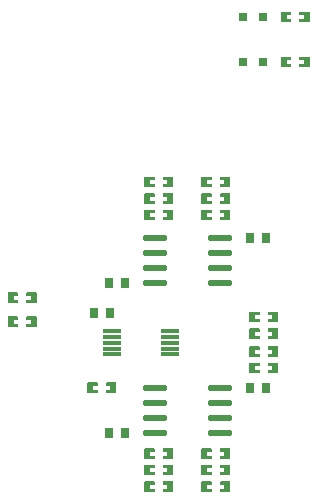
<source format=gtp>
G04 Layer: TopPasteMaskLayer*
G04 Panelize: , Column: 2, Row: 2, Board Size: 58.42mm x 58.42mm, Panelized Board Size: 118.84mm x 118.84mm*
G04 EasyEDA v6.5.34, 2023-10-06 23:46:37*
G04 e07c970f047149babf7d85850df99f2e,5a6b42c53f6a479593ecc07194224c93,10*
G04 Gerber Generator version 0.2*
G04 Scale: 100 percent, Rotated: No, Reflected: No *
G04 Dimensions in millimeters *
G04 leading zeros omitted , absolute positions ,4 integer and 5 decimal *
%FSLAX45Y45*%
%MOMM*%

%ADD10O,2.0450048X0.58801*%
%ADD11R,0.8000X0.9000*%
%ADD12R,0.8000X0.8000*%
%ADD13R,1.5000X0.3048*%

%LPD*%
G36*
X4001922Y3156508D02*
G01*
X3996893Y3151479D01*
X3996893Y3128721D01*
X4033875Y3128721D01*
X4033875Y3095701D01*
X3996893Y3095701D01*
X3996893Y3071520D01*
X4001922Y3066491D01*
X4081881Y3066491D01*
X4086910Y3071520D01*
X4086910Y3151479D01*
X4081881Y3156508D01*
G37*
G36*
X3842918Y3156508D02*
G01*
X3837889Y3151479D01*
X3837889Y3071520D01*
X3842918Y3066491D01*
X3921912Y3066491D01*
X3926890Y3071520D01*
X3926890Y3095701D01*
X3888892Y3095701D01*
X3888892Y3128721D01*
X3926890Y3128721D01*
X3926890Y3151479D01*
X3921912Y3156508D01*
G37*
G36*
X4001922Y3016808D02*
G01*
X3996893Y3011779D01*
X3996893Y2989021D01*
X4033875Y2989021D01*
X4033875Y2956001D01*
X3996893Y2956001D01*
X3996893Y2931820D01*
X4001922Y2926791D01*
X4081881Y2926791D01*
X4086910Y2931820D01*
X4086910Y3011779D01*
X4081881Y3016808D01*
G37*
G36*
X3842918Y3016808D02*
G01*
X3837889Y3011779D01*
X3837889Y2931820D01*
X3842918Y2926791D01*
X3921912Y2926791D01*
X3926890Y2931820D01*
X3926890Y2956001D01*
X3888892Y2956001D01*
X3888892Y2989021D01*
X3926890Y2989021D01*
X3926890Y3011779D01*
X3921912Y3016808D01*
G37*
G36*
X4001922Y2864408D02*
G01*
X3996893Y2859379D01*
X3996893Y2836621D01*
X4033875Y2836621D01*
X4033875Y2803601D01*
X3996893Y2803601D01*
X3996893Y2779420D01*
X4001922Y2774391D01*
X4081881Y2774391D01*
X4086910Y2779420D01*
X4086910Y2859379D01*
X4081881Y2864408D01*
G37*
G36*
X3842918Y2864408D02*
G01*
X3837889Y2859379D01*
X3837889Y2779420D01*
X3842918Y2774391D01*
X3921912Y2774391D01*
X3926890Y2779420D01*
X3926890Y2803601D01*
X3888892Y2803601D01*
X3888892Y2836621D01*
X3926890Y2836621D01*
X3926890Y2859379D01*
X3921912Y2864408D01*
G37*
G36*
X4001922Y2724708D02*
G01*
X3996893Y2719679D01*
X3996893Y2696921D01*
X4033875Y2696921D01*
X4033875Y2663901D01*
X3996893Y2663901D01*
X3996893Y2639720D01*
X4001922Y2634691D01*
X4081881Y2634691D01*
X4086910Y2639720D01*
X4086910Y2719679D01*
X4081881Y2724708D01*
G37*
G36*
X3842918Y2724708D02*
G01*
X3837889Y2719679D01*
X3837889Y2639720D01*
X3842918Y2634691D01*
X3921912Y2634691D01*
X3926890Y2639720D01*
X3926890Y2663901D01*
X3888892Y2663901D01*
X3888892Y2696921D01*
X3926890Y2696921D01*
X3926890Y2719679D01*
X3921912Y2724708D01*
G37*
G36*
X3112922Y2000808D02*
G01*
X3107893Y1995779D01*
X3107893Y1973021D01*
X3144875Y1973021D01*
X3144875Y1940001D01*
X3107893Y1940001D01*
X3107893Y1915820D01*
X3112922Y1910791D01*
X3192881Y1910791D01*
X3197910Y1915820D01*
X3197910Y1995779D01*
X3192881Y2000808D01*
G37*
G36*
X2953918Y2000808D02*
G01*
X2948889Y1995779D01*
X2948889Y1915820D01*
X2953918Y1910791D01*
X3032912Y1910791D01*
X3037890Y1915820D01*
X3037890Y1940001D01*
X2999892Y1940001D01*
X2999892Y1973021D01*
X3037890Y1973021D01*
X3037890Y1995779D01*
X3032912Y2000808D01*
G37*
G36*
X3595522Y2000808D02*
G01*
X3590493Y1995779D01*
X3590493Y1973021D01*
X3627475Y1973021D01*
X3627475Y1940001D01*
X3590493Y1940001D01*
X3590493Y1915820D01*
X3595522Y1910791D01*
X3675481Y1910791D01*
X3680510Y1915820D01*
X3680510Y1995779D01*
X3675481Y2000808D01*
G37*
G36*
X3436518Y2000808D02*
G01*
X3431489Y1995779D01*
X3431489Y1915820D01*
X3436518Y1910791D01*
X3515512Y1910791D01*
X3520490Y1915820D01*
X3520490Y1940001D01*
X3482492Y1940001D01*
X3482492Y1973021D01*
X3520490Y1973021D01*
X3520490Y1995779D01*
X3515512Y2000808D01*
G37*
G36*
X3112922Y1861108D02*
G01*
X3107893Y1856079D01*
X3107893Y1833321D01*
X3144875Y1833321D01*
X3144875Y1800301D01*
X3107893Y1800301D01*
X3107893Y1776120D01*
X3112922Y1771091D01*
X3192881Y1771091D01*
X3197910Y1776120D01*
X3197910Y1856079D01*
X3192881Y1861108D01*
G37*
G36*
X2953918Y1861108D02*
G01*
X2948889Y1856079D01*
X2948889Y1776120D01*
X2953918Y1771091D01*
X3032912Y1771091D01*
X3037890Y1776120D01*
X3037890Y1800301D01*
X2999892Y1800301D01*
X2999892Y1833321D01*
X3037890Y1833321D01*
X3037890Y1856079D01*
X3032912Y1861108D01*
G37*
G36*
X3112922Y1721408D02*
G01*
X3107893Y1716379D01*
X3107893Y1693621D01*
X3144875Y1693621D01*
X3144875Y1660601D01*
X3107893Y1660601D01*
X3107893Y1636420D01*
X3112922Y1631391D01*
X3192881Y1631391D01*
X3197910Y1636420D01*
X3197910Y1716379D01*
X3192881Y1721408D01*
G37*
G36*
X2953918Y1721408D02*
G01*
X2948889Y1716379D01*
X2948889Y1636420D01*
X2953918Y1631391D01*
X3032912Y1631391D01*
X3037890Y1636420D01*
X3037890Y1660601D01*
X2999892Y1660601D01*
X2999892Y1693621D01*
X3037890Y1693621D01*
X3037890Y1716379D01*
X3032912Y1721408D01*
G37*
G36*
X3436518Y1721408D02*
G01*
X3431489Y1716379D01*
X3431489Y1636420D01*
X3436518Y1631391D01*
X3516477Y1631391D01*
X3521506Y1636420D01*
X3521506Y1659178D01*
X3484524Y1659178D01*
X3484524Y1692198D01*
X3521506Y1692198D01*
X3521506Y1716379D01*
X3516477Y1721408D01*
G37*
G36*
X3596487Y1721408D02*
G01*
X3591509Y1716379D01*
X3591509Y1692198D01*
X3629507Y1692198D01*
X3629507Y1659178D01*
X3591509Y1659178D01*
X3591509Y1636420D01*
X3596487Y1631391D01*
X3675481Y1631391D01*
X3680510Y1636420D01*
X3680510Y1716379D01*
X3675481Y1721408D01*
G37*
G36*
X3436518Y1861108D02*
G01*
X3431489Y1856079D01*
X3431489Y1776120D01*
X3436518Y1771091D01*
X3516477Y1771091D01*
X3521506Y1776120D01*
X3521506Y1798878D01*
X3484524Y1798878D01*
X3484524Y1831898D01*
X3521506Y1831898D01*
X3521506Y1856079D01*
X3516477Y1861108D01*
G37*
G36*
X3596487Y1861108D02*
G01*
X3591509Y1856079D01*
X3591509Y1831898D01*
X3629507Y1831898D01*
X3629507Y1798878D01*
X3591509Y1798878D01*
X3591509Y1776120D01*
X3596487Y1771091D01*
X3675481Y1771091D01*
X3680510Y1776120D01*
X3680510Y1856079D01*
X3675481Y1861108D01*
G37*
G36*
X3112922Y4020108D02*
G01*
X3107893Y4015079D01*
X3107893Y3992321D01*
X3144875Y3992321D01*
X3144875Y3959301D01*
X3107893Y3959301D01*
X3107893Y3935120D01*
X3112922Y3930091D01*
X3192881Y3930091D01*
X3197910Y3935120D01*
X3197910Y4015079D01*
X3192881Y4020108D01*
G37*
G36*
X2953918Y4020108D02*
G01*
X2948889Y4015079D01*
X2948889Y3935120D01*
X2953918Y3930091D01*
X3032912Y3930091D01*
X3037890Y3935120D01*
X3037890Y3959301D01*
X2999892Y3959301D01*
X2999892Y3992321D01*
X3037890Y3992321D01*
X3037890Y4015079D01*
X3032912Y4020108D01*
G37*
G36*
X3595522Y4020108D02*
G01*
X3590493Y4015079D01*
X3590493Y3992321D01*
X3627475Y3992321D01*
X3627475Y3959301D01*
X3590493Y3959301D01*
X3590493Y3935120D01*
X3595522Y3930091D01*
X3675481Y3930091D01*
X3680510Y3935120D01*
X3680510Y4015079D01*
X3675481Y4020108D01*
G37*
G36*
X3436518Y4020108D02*
G01*
X3431489Y4015079D01*
X3431489Y3935120D01*
X3436518Y3930091D01*
X3515512Y3930091D01*
X3520490Y3935120D01*
X3520490Y3959301D01*
X3482492Y3959301D01*
X3482492Y3992321D01*
X3520490Y3992321D01*
X3520490Y4015079D01*
X3515512Y4020108D01*
G37*
G36*
X3112922Y4159808D02*
G01*
X3107893Y4154779D01*
X3107893Y4132021D01*
X3144875Y4132021D01*
X3144875Y4099001D01*
X3107893Y4099001D01*
X3107893Y4074820D01*
X3112922Y4069791D01*
X3192881Y4069791D01*
X3197910Y4074820D01*
X3197910Y4154779D01*
X3192881Y4159808D01*
G37*
G36*
X2953918Y4159808D02*
G01*
X2948889Y4154779D01*
X2948889Y4074820D01*
X2953918Y4069791D01*
X3032912Y4069791D01*
X3037890Y4074820D01*
X3037890Y4099001D01*
X2999892Y4099001D01*
X2999892Y4132021D01*
X3037890Y4132021D01*
X3037890Y4154779D01*
X3032912Y4159808D01*
G37*
G36*
X3112922Y4299508D02*
G01*
X3107893Y4294479D01*
X3107893Y4271721D01*
X3144875Y4271721D01*
X3144875Y4238701D01*
X3107893Y4238701D01*
X3107893Y4214520D01*
X3112922Y4209491D01*
X3192881Y4209491D01*
X3197910Y4214520D01*
X3197910Y4294479D01*
X3192881Y4299508D01*
G37*
G36*
X2953918Y4299508D02*
G01*
X2948889Y4294479D01*
X2948889Y4214520D01*
X2953918Y4209491D01*
X3032912Y4209491D01*
X3037890Y4214520D01*
X3037890Y4238701D01*
X2999892Y4238701D01*
X2999892Y4271721D01*
X3037890Y4271721D01*
X3037890Y4294479D01*
X3032912Y4299508D01*
G37*
G36*
X3436518Y4159808D02*
G01*
X3431489Y4154779D01*
X3431489Y4074820D01*
X3436518Y4069791D01*
X3516477Y4069791D01*
X3521506Y4074820D01*
X3521506Y4097578D01*
X3484524Y4097578D01*
X3484524Y4130598D01*
X3521506Y4130598D01*
X3521506Y4154779D01*
X3516477Y4159808D01*
G37*
G36*
X3596487Y4159808D02*
G01*
X3591509Y4154779D01*
X3591509Y4130598D01*
X3629507Y4130598D01*
X3629507Y4097578D01*
X3591509Y4097578D01*
X3591509Y4074820D01*
X3596487Y4069791D01*
X3675481Y4069791D01*
X3680510Y4074820D01*
X3680510Y4154779D01*
X3675481Y4159808D01*
G37*
G36*
X3436518Y4299508D02*
G01*
X3431489Y4294479D01*
X3431489Y4214520D01*
X3436518Y4209491D01*
X3516477Y4209491D01*
X3521506Y4214520D01*
X3521506Y4237278D01*
X3484524Y4237278D01*
X3484524Y4270298D01*
X3521506Y4270298D01*
X3521506Y4294479D01*
X3516477Y4299508D01*
G37*
G36*
X3596487Y4299508D02*
G01*
X3591509Y4294479D01*
X3591509Y4270298D01*
X3629507Y4270298D01*
X3629507Y4237278D01*
X3591509Y4237278D01*
X3591509Y4214520D01*
X3596487Y4209491D01*
X3675481Y4209491D01*
X3680510Y4214520D01*
X3680510Y4294479D01*
X3675481Y4299508D01*
G37*
G36*
X1957222Y3321608D02*
G01*
X1952193Y3316579D01*
X1952193Y3293821D01*
X1989175Y3293821D01*
X1989175Y3260801D01*
X1952193Y3260801D01*
X1952193Y3236620D01*
X1957222Y3231591D01*
X2037181Y3231591D01*
X2042210Y3236620D01*
X2042210Y3316579D01*
X2037181Y3321608D01*
G37*
G36*
X1798218Y3321608D02*
G01*
X1793189Y3316579D01*
X1793189Y3236620D01*
X1798218Y3231591D01*
X1877212Y3231591D01*
X1882190Y3236620D01*
X1882190Y3260801D01*
X1844192Y3260801D01*
X1844192Y3293821D01*
X1882190Y3293821D01*
X1882190Y3316579D01*
X1877212Y3321608D01*
G37*
G36*
X1957222Y3118408D02*
G01*
X1952193Y3113379D01*
X1952193Y3090621D01*
X1989175Y3090621D01*
X1989175Y3057601D01*
X1952193Y3057601D01*
X1952193Y3033420D01*
X1957222Y3028391D01*
X2037181Y3028391D01*
X2042210Y3033420D01*
X2042210Y3113379D01*
X2037181Y3118408D01*
G37*
G36*
X1798218Y3118408D02*
G01*
X1793189Y3113379D01*
X1793189Y3033420D01*
X1798218Y3028391D01*
X1877212Y3028391D01*
X1882190Y3033420D01*
X1882190Y3057601D01*
X1844192Y3057601D01*
X1844192Y3090621D01*
X1882190Y3090621D01*
X1882190Y3113379D01*
X1877212Y3118408D01*
G37*
G36*
X2471318Y2559608D02*
G01*
X2466289Y2554579D01*
X2466289Y2474620D01*
X2471318Y2469591D01*
X2551277Y2469591D01*
X2556306Y2474620D01*
X2556306Y2497378D01*
X2519324Y2497378D01*
X2519324Y2530398D01*
X2556306Y2530398D01*
X2556306Y2554579D01*
X2551277Y2559608D01*
G37*
G36*
X2631287Y2559608D02*
G01*
X2626309Y2554579D01*
X2626309Y2530398D01*
X2664307Y2530398D01*
X2664307Y2497378D01*
X2626309Y2497378D01*
X2626309Y2474620D01*
X2631287Y2469591D01*
X2710281Y2469591D01*
X2715310Y2474620D01*
X2715310Y2554579D01*
X2710281Y2559608D01*
G37*
G36*
X4268622Y5315508D02*
G01*
X4263593Y5310479D01*
X4263593Y5287721D01*
X4300575Y5287721D01*
X4300575Y5254701D01*
X4263593Y5254701D01*
X4263593Y5230520D01*
X4268622Y5225491D01*
X4348581Y5225491D01*
X4353610Y5230520D01*
X4353610Y5310479D01*
X4348581Y5315508D01*
G37*
G36*
X4109618Y5315508D02*
G01*
X4104589Y5310479D01*
X4104589Y5230520D01*
X4109618Y5225491D01*
X4188612Y5225491D01*
X4193590Y5230520D01*
X4193590Y5254701D01*
X4155592Y5254701D01*
X4155592Y5287721D01*
X4193590Y5287721D01*
X4193590Y5310479D01*
X4188612Y5315508D01*
G37*
G36*
X4268622Y5696508D02*
G01*
X4263593Y5691479D01*
X4263593Y5668721D01*
X4300575Y5668721D01*
X4300575Y5635701D01*
X4263593Y5635701D01*
X4263593Y5611520D01*
X4268622Y5606491D01*
X4348581Y5606491D01*
X4353610Y5611520D01*
X4353610Y5691479D01*
X4348581Y5696508D01*
G37*
G36*
X4109618Y5696508D02*
G01*
X4104589Y5691479D01*
X4104589Y5611520D01*
X4109618Y5606491D01*
X4188612Y5606491D01*
X4193590Y5611520D01*
X4193590Y5635701D01*
X4155592Y5635701D01*
X4155592Y5668721D01*
X4193590Y5668721D01*
X4193590Y5691479D01*
X4188612Y5696508D01*
G37*
D10*
G01*
X3037459Y2514600D03*
G01*
X3037459Y2387600D03*
G01*
X3037459Y2260600D03*
G01*
X3037459Y2133600D03*
G01*
X3591940Y2514600D03*
G01*
X3591940Y2387600D03*
G01*
X3591940Y2260600D03*
G01*
X3591940Y2133600D03*
D11*
G01*
X3981602Y2514600D03*
G01*
X3841597Y2514600D03*
G01*
X2647797Y2133600D03*
G01*
X2787802Y2133600D03*
D10*
G01*
X3037459Y3784600D03*
G01*
X3037459Y3657600D03*
G01*
X3037459Y3530600D03*
G01*
X3037459Y3403600D03*
G01*
X3591940Y3784600D03*
G01*
X3591940Y3657600D03*
G01*
X3591940Y3530600D03*
G01*
X3591940Y3403600D03*
D11*
G01*
X2647797Y3403600D03*
G01*
X2787802Y3403600D03*
G01*
X3981602Y3784600D03*
G01*
X3841597Y3784600D03*
D12*
G01*
X3958590Y5651500D03*
G01*
X3788409Y5651500D03*
D11*
G01*
X2660802Y3149600D03*
G01*
X2520797Y3149600D03*
D13*
G01*
X2675890Y2995599D03*
G01*
X2675890Y2945587D03*
G01*
X2675890Y2895600D03*
G01*
X2675890Y2845587D03*
G01*
X2675890Y2795600D03*
G01*
X3166109Y2795600D03*
G01*
X3166109Y2845587D03*
G01*
X3166109Y2895600D03*
G01*
X3166109Y2945587D03*
G01*
X3166109Y2995599D03*
D12*
G01*
X3958590Y5270500D03*
G01*
X3788409Y5270500D03*
M02*

</source>
